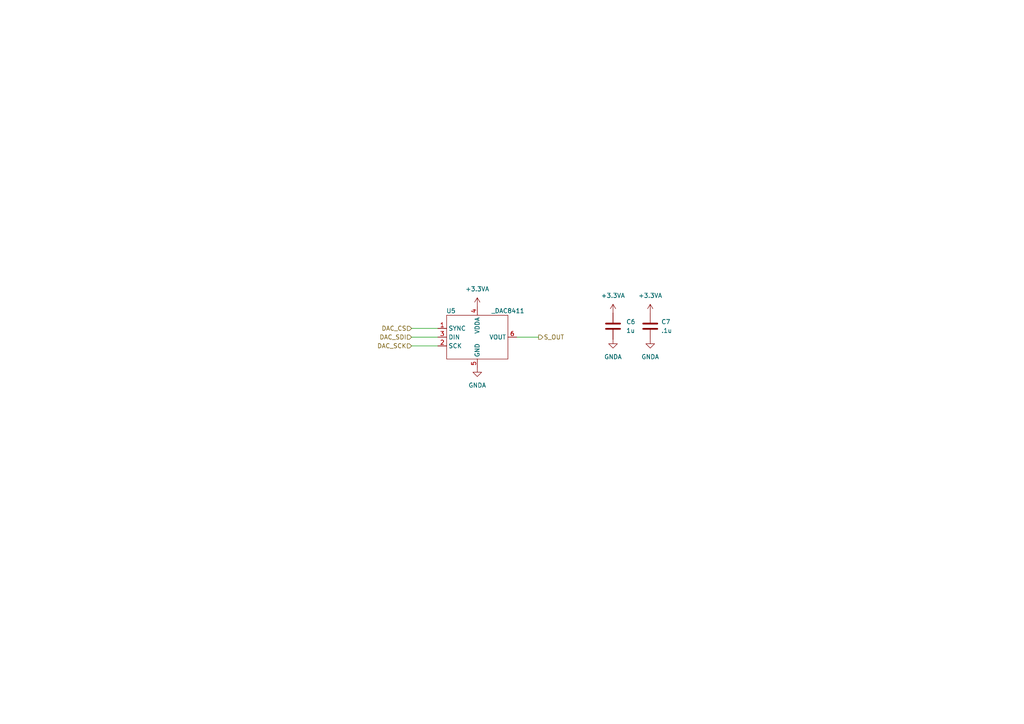
<source format=kicad_sch>
(kicad_sch (version 20211123) (generator eeschema)
  (paper "A4")
  (title_block (title "F.R.E.T. Board") (date "2023-09-27") (rev "1.00") (company "Jim Horwitz, Julia Brubach, Peter Buglewicz"))
  (lib_symbols
    (symbol "Device:C" (pin_numbers hide) (pin_names (offset 0.254))
      (property "Reference" "C" (at 0.635 2.54 0))
      (property "Value" "C" (at 0.635 -2.54 0))
      (symbol "C_0_1"
        (polyline (pts (xy -2.032 -0.762) (xy 2.032 -0.762)) (stroke (width 0.508)))
        (polyline (pts (xy -2.032 0.762) (xy 2.032 0.762)) (stroke (width 0.508)))
      )
      (symbol "C_1_1"
        (pin passive line (at 0 3.81 270) (length 2.794) (name "~") (number "1"))
        (pin passive line (at 0 -3.81 90) (length 2.794) (name "~") (number "2"))
      )
    )
    (symbol "JFHDAC:_DAC8411"
      (property "Reference" "U" (at -8.89 1.27 0))
      (property "Value" "_DAC8411" (at 6.35 1.27 0))
      (symbol "_DAC8411_0_0"
        (pin input line (at -11.43 -3.81 0) (length 2.54) (name "SYNC") (number "1"))
        (pin input line (at -11.43 -8.89 0) (length 2.54) (name "SCK") (number "2"))
        (pin tri_state line (at -11.43 -6.35 0) (length 2.54) (name "DIN") (number "3"))
        (pin power_in line (at 0 2.54 270) (length 2.54) (name "VDDA") (number "4"))
        (pin power_in line (at 0 -15.24 90) (length 2.54) (name "GND") (number "5"))
        (pin output line (at 11.43 -6.35 180) (length 2.54) (name "VOUT") (number "6"))
      )
      (symbol "_DAC8411_0_1"
        (rectangle (start -8.89 0) (end 8.89 -12.7))
      )
    )
    (symbol "power:+3.3VA" (power) (pin_names (offset 0))
      (property "Value" "+3.3VA" (at 0 3.556 0))
      (symbol "+3.3VA_0_1"
        (polyline (pts (xy -0.762 1.27) (xy 0 2.54)))
        (polyline (pts (xy 0 0) (xy 0 2.54)))
        (polyline (pts (xy 0 2.54) (xy 0.762 1.27)))
      )
      (symbol "+3.3VA_1_1"
        (pin power_in line (at 0 0 90) (length 0) hide (name "+3.3VA") (number "1"))
      )
    )
    (symbol "power:GNDA" (power) (pin_names (offset 0))
      (property "Value" "GNDA" (at 0 -3.81 0))
      (symbol "GNDA_0_1"
        (polyline (pts (xy 0 0) (xy 0 -1.27) (xy 1.27 -1.27) (xy 0 -2.54) (xy -1.27 -1.27) (xy 0 -1.27)))
      )
      (symbol "GNDA_1_1"
        (pin power_in line (at 0 0 270) (length 0) hide (name "GNDA") (number "1"))
      )
    )
  )
  (wire (pts (xy 119.38 95.25) (xy 127 95.25)))
  (wire (pts (xy 149.86 97.79) (xy 156.21 97.79)))
  (wire (pts (xy 119.38 97.79) (xy 127 97.79)))
  (wire (pts (xy 119.38 100.33) (xy 127 100.33)))
  (hierarchical_label "S_OUT" (shape output) (at 156.21 97.79 0))
  (hierarchical_label "DAC_SCK" (shape input) (at 119.38 100.33 180))
  (hierarchical_label "DAC_SDI" (shape input) (at 119.38 97.79 180))
  (hierarchical_label "DAC_CS" (shape input) (at 119.38 95.25 180))
  (symbol (lib_id "power:+3.3VA") (at 177.8 90.805 0) (unit 1)
    (property "Reference" "#PWR0104" (effects hide))
    (property "Value" "+3.3VA" (at 177.8 85.725 0))
  )
  (symbol (lib_id "power:+3.3VA") (at 138.43 88.9 0) (unit 1)
    (property "Reference" "#PWR0103" (effects hide))
    (property "Value" "+3.3VA" (at 138.43 83.82 0))
  )
  (symbol (lib_id "power:GNDA") (at 188.595 98.425 0) (unit 1)
    (property "Reference" "#PWR0153" (effects hide))
    (property "Value" "GNDA" (at 188.595 103.505 0))
  )
  (symbol (lib_id "Device:C") (at 188.595 94.615 0) (unit 1)
    (property "Reference" "C7" (at 191.77 93.3449 0) (effects (justify left)))
    (property "Value" ".1u" (at 191.77 95.8849 0) (effects (justify left)))
    (property "Footprint" "Capacitor_SMD:C_0603_1608Metric" (effects hide))
  )
  (symbol (lib_id "power:GNDA") (at 138.43 106.68 0) (unit 1)
    (property "Reference" "#PWR0149" (effects hide))
    (property "Value" "GNDA" (at 138.43 111.76 0))
  )
  (symbol (lib_id "Device:C") (at 177.8 94.615 0) (unit 1)
    (property "Reference" "C6" (at 181.61 93.3449 0) (effects (justify left)))
    (property "Value" "1u" (at 181.61 95.8849 0) (effects (justify left)))
    (property "Footprint" "Capacitor_SMD:C_0603_1608Metric" (effects hide))
  )
  (symbol (lib_id "power:+3.3VA") (at 188.595 90.805 0) (unit 1)
    (property "Reference" "#PWR0105" (effects hide))
    (property "Value" "+3.3VA" (at 188.595 85.725 0))
  )
  (symbol (lib_id "JFHDAC:_DAC8411") (at 138.43 91.44 0) (unit 1)
    (property "Reference" "U5" (at 130.81 90.17 0))
    (property "Value" "_DAC8411" (at 147.32 90.17 0))
    (property "Footprint" "Package_TO_SOT_SMD:Texas_R-PDSO-G6" (effects hide))
    (property "Datasheet" "https://www.lcsc.com/product-detail/Digital-To-Analog-Converters-DACs_Texas-Instruments-DAC8411IDCKR_C2926925.html" (effects hide))
    (property "LCSC Part Number" "C2926925" (effects hide))
  )
  (symbol (lib_id "power:GNDA") (at 177.8 98.425 0) (unit 1)
    (property "Reference" "#PWR0150" (effects hide))
    (property "Value" "GNDA" (at 177.8 103.505 0))
  )
)
</source>
